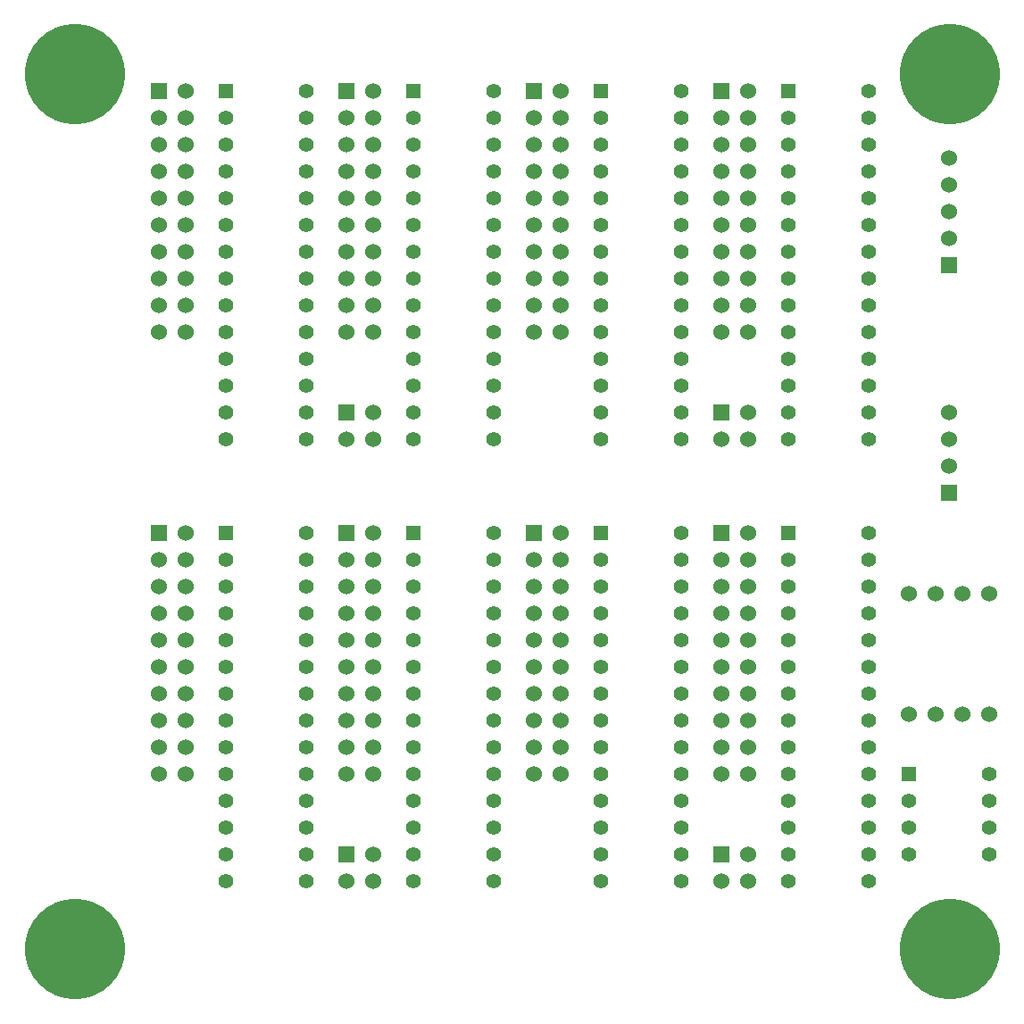
<source format=gbs>
G04 (created by PCBNEW (2013-07-07 BZR 4022)-stable) date 3/28/2015 2:44:44 PM*
%MOIN*%
G04 Gerber Fmt 3.4, Leading zero omitted, Abs format*
%FSLAX34Y34*%
G01*
G70*
G90*
G04 APERTURE LIST*
%ADD10C,0.00590551*%
%ADD11C,0.375*%
%ADD12C,0.06*%
%ADD13C,0.055*%
%ADD14R,0.055X0.055*%
%ADD15R,0.06X0.06*%
G04 APERTURE END LIST*
G54D10*
G54D11*
X24015Y-16141D03*
X56692Y-16141D03*
X24015Y-48818D03*
X56692Y-48818D03*
G54D12*
X57153Y-35529D03*
X57153Y-40029D03*
X58153Y-35529D03*
X58153Y-40029D03*
X55153Y-35529D03*
X55153Y-40029D03*
X56153Y-35529D03*
X56153Y-40029D03*
G54D13*
X50653Y-17779D03*
X50653Y-18779D03*
X50653Y-19779D03*
X50653Y-20779D03*
X50653Y-21779D03*
X50653Y-22779D03*
X50653Y-23779D03*
X50653Y-24779D03*
X50653Y-25779D03*
X50653Y-26779D03*
X50653Y-27779D03*
X50653Y-28779D03*
X50653Y-29779D03*
G54D14*
X50653Y-16779D03*
G54D13*
X53653Y-29779D03*
X53653Y-28779D03*
X53653Y-27779D03*
X53653Y-26779D03*
X53653Y-25779D03*
X53653Y-24779D03*
X53653Y-23779D03*
X53653Y-22779D03*
X53653Y-21779D03*
X53653Y-20779D03*
X53653Y-19779D03*
X53653Y-18779D03*
X53653Y-17779D03*
X53653Y-16779D03*
X43653Y-17779D03*
X43653Y-18779D03*
X43653Y-19779D03*
X43653Y-20779D03*
X43653Y-21779D03*
X43653Y-22779D03*
X43653Y-23779D03*
X43653Y-24779D03*
X43653Y-25779D03*
X43653Y-26779D03*
X43653Y-27779D03*
X43653Y-28779D03*
X43653Y-29779D03*
G54D14*
X43653Y-16779D03*
G54D13*
X46653Y-29779D03*
X46653Y-28779D03*
X46653Y-27779D03*
X46653Y-26779D03*
X46653Y-25779D03*
X46653Y-24779D03*
X46653Y-23779D03*
X46653Y-22779D03*
X46653Y-21779D03*
X46653Y-20779D03*
X46653Y-19779D03*
X46653Y-18779D03*
X46653Y-17779D03*
X46653Y-16779D03*
X29653Y-34279D03*
X29653Y-35279D03*
X29653Y-36279D03*
X29653Y-37279D03*
X29653Y-38279D03*
X29653Y-39279D03*
X29653Y-40279D03*
X29653Y-41279D03*
X29653Y-42279D03*
X29653Y-43279D03*
X29653Y-44279D03*
X29653Y-45279D03*
X29653Y-46279D03*
G54D14*
X29653Y-33279D03*
G54D13*
X32653Y-46279D03*
X32653Y-45279D03*
X32653Y-44279D03*
X32653Y-43279D03*
X32653Y-42279D03*
X32653Y-41279D03*
X32653Y-40279D03*
X32653Y-39279D03*
X32653Y-38279D03*
X32653Y-37279D03*
X32653Y-36279D03*
X32653Y-35279D03*
X32653Y-34279D03*
X32653Y-33279D03*
X36653Y-34279D03*
X36653Y-35279D03*
X36653Y-36279D03*
X36653Y-37279D03*
X36653Y-38279D03*
X36653Y-39279D03*
X36653Y-40279D03*
X36653Y-41279D03*
X36653Y-42279D03*
X36653Y-43279D03*
X36653Y-44279D03*
X36653Y-45279D03*
X36653Y-46279D03*
G54D14*
X36653Y-33279D03*
G54D13*
X39653Y-46279D03*
X39653Y-45279D03*
X39653Y-44279D03*
X39653Y-43279D03*
X39653Y-42279D03*
X39653Y-41279D03*
X39653Y-40279D03*
X39653Y-39279D03*
X39653Y-38279D03*
X39653Y-37279D03*
X39653Y-36279D03*
X39653Y-35279D03*
X39653Y-34279D03*
X39653Y-33279D03*
X36653Y-17779D03*
X36653Y-18779D03*
X36653Y-19779D03*
X36653Y-20779D03*
X36653Y-21779D03*
X36653Y-22779D03*
X36653Y-23779D03*
X36653Y-24779D03*
X36653Y-25779D03*
X36653Y-26779D03*
X36653Y-27779D03*
X36653Y-28779D03*
X36653Y-29779D03*
G54D14*
X36653Y-16779D03*
G54D13*
X39653Y-29779D03*
X39653Y-28779D03*
X39653Y-27779D03*
X39653Y-26779D03*
X39653Y-25779D03*
X39653Y-24779D03*
X39653Y-23779D03*
X39653Y-22779D03*
X39653Y-21779D03*
X39653Y-20779D03*
X39653Y-19779D03*
X39653Y-18779D03*
X39653Y-17779D03*
X39653Y-16779D03*
X43653Y-34279D03*
X43653Y-35279D03*
X43653Y-36279D03*
X43653Y-37279D03*
X43653Y-38279D03*
X43653Y-39279D03*
X43653Y-40279D03*
X43653Y-41279D03*
X43653Y-42279D03*
X43653Y-43279D03*
X43653Y-44279D03*
X43653Y-45279D03*
X43653Y-46279D03*
G54D14*
X43653Y-33279D03*
G54D13*
X46653Y-46279D03*
X46653Y-45279D03*
X46653Y-44279D03*
X46653Y-43279D03*
X46653Y-42279D03*
X46653Y-41279D03*
X46653Y-40279D03*
X46653Y-39279D03*
X46653Y-38279D03*
X46653Y-37279D03*
X46653Y-36279D03*
X46653Y-35279D03*
X46653Y-34279D03*
X46653Y-33279D03*
X50653Y-34279D03*
X50653Y-35279D03*
X50653Y-36279D03*
X50653Y-37279D03*
X50653Y-38279D03*
X50653Y-39279D03*
X50653Y-40279D03*
X50653Y-41279D03*
X50653Y-42279D03*
X50653Y-43279D03*
X50653Y-44279D03*
X50653Y-45279D03*
X50653Y-46279D03*
G54D14*
X50653Y-33279D03*
G54D13*
X53653Y-46279D03*
X53653Y-45279D03*
X53653Y-44279D03*
X53653Y-43279D03*
X53653Y-42279D03*
X53653Y-41279D03*
X53653Y-40279D03*
X53653Y-39279D03*
X53653Y-38279D03*
X53653Y-37279D03*
X53653Y-36279D03*
X53653Y-35279D03*
X53653Y-34279D03*
X53653Y-33279D03*
X29653Y-17779D03*
X29653Y-18779D03*
X29653Y-19779D03*
X29653Y-20779D03*
X29653Y-21779D03*
X29653Y-22779D03*
X29653Y-23779D03*
X29653Y-24779D03*
X29653Y-25779D03*
X29653Y-26779D03*
X29653Y-27779D03*
X29653Y-28779D03*
X29653Y-29779D03*
G54D14*
X29653Y-16779D03*
G54D13*
X32653Y-29779D03*
X32653Y-28779D03*
X32653Y-27779D03*
X32653Y-26779D03*
X32653Y-25779D03*
X32653Y-24779D03*
X32653Y-23779D03*
X32653Y-22779D03*
X32653Y-21779D03*
X32653Y-20779D03*
X32653Y-19779D03*
X32653Y-18779D03*
X32653Y-17779D03*
X32653Y-16779D03*
G54D15*
X48153Y-16779D03*
G54D12*
X49153Y-16779D03*
X48153Y-17779D03*
X49153Y-17779D03*
X48153Y-18779D03*
X49153Y-18779D03*
X48153Y-19779D03*
X49153Y-19779D03*
X48153Y-20779D03*
X49153Y-20779D03*
X48153Y-21779D03*
X49153Y-21779D03*
X48153Y-22779D03*
X49153Y-22779D03*
X48153Y-23779D03*
X49153Y-23779D03*
X48153Y-24779D03*
X49153Y-24779D03*
X48153Y-25779D03*
X49153Y-25779D03*
G54D15*
X41153Y-16779D03*
G54D12*
X42153Y-16779D03*
X41153Y-17779D03*
X42153Y-17779D03*
X41153Y-18779D03*
X42153Y-18779D03*
X41153Y-19779D03*
X42153Y-19779D03*
X41153Y-20779D03*
X42153Y-20779D03*
X41153Y-21779D03*
X42153Y-21779D03*
X41153Y-22779D03*
X42153Y-22779D03*
X41153Y-23779D03*
X42153Y-23779D03*
X41153Y-24779D03*
X42153Y-24779D03*
X41153Y-25779D03*
X42153Y-25779D03*
G54D15*
X34153Y-16779D03*
G54D12*
X35153Y-16779D03*
X34153Y-17779D03*
X35153Y-17779D03*
X34153Y-18779D03*
X35153Y-18779D03*
X34153Y-19779D03*
X35153Y-19779D03*
X34153Y-20779D03*
X35153Y-20779D03*
X34153Y-21779D03*
X35153Y-21779D03*
X34153Y-22779D03*
X35153Y-22779D03*
X34153Y-23779D03*
X35153Y-23779D03*
X34153Y-24779D03*
X35153Y-24779D03*
X34153Y-25779D03*
X35153Y-25779D03*
G54D15*
X27153Y-16779D03*
G54D12*
X28153Y-16779D03*
X27153Y-17779D03*
X28153Y-17779D03*
X27153Y-18779D03*
X28153Y-18779D03*
X27153Y-19779D03*
X28153Y-19779D03*
X27153Y-20779D03*
X28153Y-20779D03*
X27153Y-21779D03*
X28153Y-21779D03*
X27153Y-22779D03*
X28153Y-22779D03*
X27153Y-23779D03*
X28153Y-23779D03*
X27153Y-24779D03*
X28153Y-24779D03*
X27153Y-25779D03*
X28153Y-25779D03*
G54D15*
X56653Y-31779D03*
G54D12*
X56653Y-30779D03*
X56653Y-29779D03*
X56653Y-28779D03*
G54D15*
X34153Y-33279D03*
G54D12*
X35153Y-33279D03*
X34153Y-34279D03*
X35153Y-34279D03*
X34153Y-35279D03*
X35153Y-35279D03*
X34153Y-36279D03*
X35153Y-36279D03*
X34153Y-37279D03*
X35153Y-37279D03*
X34153Y-38279D03*
X35153Y-38279D03*
X34153Y-39279D03*
X35153Y-39279D03*
X34153Y-40279D03*
X35153Y-40279D03*
X34153Y-41279D03*
X35153Y-41279D03*
X34153Y-42279D03*
X35153Y-42279D03*
G54D15*
X41153Y-33279D03*
G54D12*
X42153Y-33279D03*
X41153Y-34279D03*
X42153Y-34279D03*
X41153Y-35279D03*
X42153Y-35279D03*
X41153Y-36279D03*
X42153Y-36279D03*
X41153Y-37279D03*
X42153Y-37279D03*
X41153Y-38279D03*
X42153Y-38279D03*
X41153Y-39279D03*
X42153Y-39279D03*
X41153Y-40279D03*
X42153Y-40279D03*
X41153Y-41279D03*
X42153Y-41279D03*
X41153Y-42279D03*
X42153Y-42279D03*
G54D15*
X48153Y-33279D03*
G54D12*
X49153Y-33279D03*
X48153Y-34279D03*
X49153Y-34279D03*
X48153Y-35279D03*
X49153Y-35279D03*
X48153Y-36279D03*
X49153Y-36279D03*
X48153Y-37279D03*
X49153Y-37279D03*
X48153Y-38279D03*
X49153Y-38279D03*
X48153Y-39279D03*
X49153Y-39279D03*
X48153Y-40279D03*
X49153Y-40279D03*
X48153Y-41279D03*
X49153Y-41279D03*
X48153Y-42279D03*
X49153Y-42279D03*
G54D14*
X55153Y-42279D03*
G54D13*
X55153Y-43279D03*
X55153Y-44279D03*
X55153Y-45279D03*
X58153Y-45279D03*
X58153Y-44279D03*
X58153Y-43279D03*
X58153Y-42279D03*
G54D15*
X48153Y-45279D03*
G54D12*
X49153Y-45279D03*
X48153Y-46279D03*
X49153Y-46279D03*
G54D15*
X34153Y-45279D03*
G54D12*
X35153Y-45279D03*
X34153Y-46279D03*
X35153Y-46279D03*
G54D15*
X48153Y-28779D03*
G54D12*
X49153Y-28779D03*
X48153Y-29779D03*
X49153Y-29779D03*
G54D15*
X34153Y-28779D03*
G54D12*
X35153Y-28779D03*
X34153Y-29779D03*
X35153Y-29779D03*
G54D15*
X27153Y-33279D03*
G54D12*
X28153Y-33279D03*
X27153Y-34279D03*
X28153Y-34279D03*
X27153Y-35279D03*
X28153Y-35279D03*
X27153Y-36279D03*
X28153Y-36279D03*
X27153Y-37279D03*
X28153Y-37279D03*
X27153Y-38279D03*
X28153Y-38279D03*
X27153Y-39279D03*
X28153Y-39279D03*
X27153Y-40279D03*
X28153Y-40279D03*
X27153Y-41279D03*
X28153Y-41279D03*
X27153Y-42279D03*
X28153Y-42279D03*
G54D15*
X56653Y-23279D03*
G54D12*
X56653Y-22279D03*
X56653Y-21279D03*
X56653Y-20279D03*
X56653Y-19279D03*
M02*

</source>
